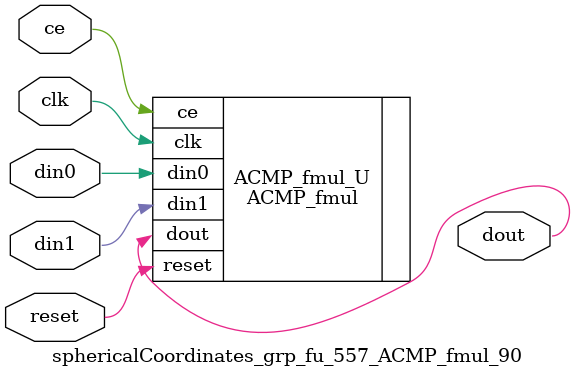
<source format=v>

`timescale 1 ns / 1 ps
module sphericalCoordinates_grp_fu_557_ACMP_fmul_90(
    clk,
    reset,
    ce,
    din0,
    din1,
    dout);

parameter ID = 32'd1;
parameter NUM_STAGE = 32'd1;
parameter din0_WIDTH = 32'd1;
parameter din1_WIDTH = 32'd1;
parameter dout_WIDTH = 32'd1;
input clk;
input reset;
input ce;
input[din0_WIDTH - 1:0] din0;
input[din1_WIDTH - 1:0] din1;
output[dout_WIDTH - 1:0] dout;



ACMP_fmul #(
.ID( ID ),
.NUM_STAGE( 4 ),
.din0_WIDTH( din0_WIDTH ),
.din1_WIDTH( din1_WIDTH ),
.dout_WIDTH( dout_WIDTH ))
ACMP_fmul_U(
    .clk( clk ),
    .reset( reset ),
    .ce( ce ),
    .din0( din0 ),
    .din1( din1 ),
    .dout( dout ));

endmodule

</source>
